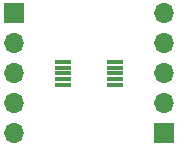
<source format=gbr>
%TF.GenerationSoftware,KiCad,Pcbnew,5.1.7-a382d34a8~87~ubuntu20.04.1*%
%TF.CreationDate,2020-11-06T18:29:20+02:00*%
%TF.ProjectId,BRK-MSOP-10-3x3-P0.5,42524b2d-4d53-44f5-902d-31302d337833,v1.0*%
%TF.SameCoordinates,Original*%
%TF.FileFunction,Soldermask,Top*%
%TF.FilePolarity,Negative*%
%FSLAX46Y46*%
G04 Gerber Fmt 4.6, Leading zero omitted, Abs format (unit mm)*
G04 Created by KiCad (PCBNEW 5.1.7-a382d34a8~87~ubuntu20.04.1) date 2020-11-06 18:29:20*
%MOMM*%
%LPD*%
G01*
G04 APERTURE LIST*
%ADD10O,1.700000X1.700000*%
%ADD11R,1.700000X1.700000*%
%ADD12R,1.400000X0.300000*%
G04 APERTURE END LIST*
D10*
%TO.C,J2*%
X106350000Y-94920000D03*
X106350000Y-97460000D03*
X106350000Y-100000000D03*
X106350000Y-102540000D03*
D11*
X106350000Y-105080000D03*
%TD*%
D10*
%TO.C,J1*%
X93650000Y-105080000D03*
X93650000Y-102540000D03*
X93650000Y-100000000D03*
X93650000Y-97460000D03*
D11*
X93650000Y-94920000D03*
%TD*%
D12*
%TO.C,U1*%
X102200000Y-99000000D03*
X102200000Y-99500000D03*
X102200000Y-100000000D03*
X102200000Y-100500000D03*
X102200000Y-101000000D03*
X97800000Y-101000000D03*
X97800000Y-100500000D03*
X97800000Y-100000000D03*
X97800000Y-99500000D03*
X97800000Y-99000000D03*
%TD*%
M02*

</source>
